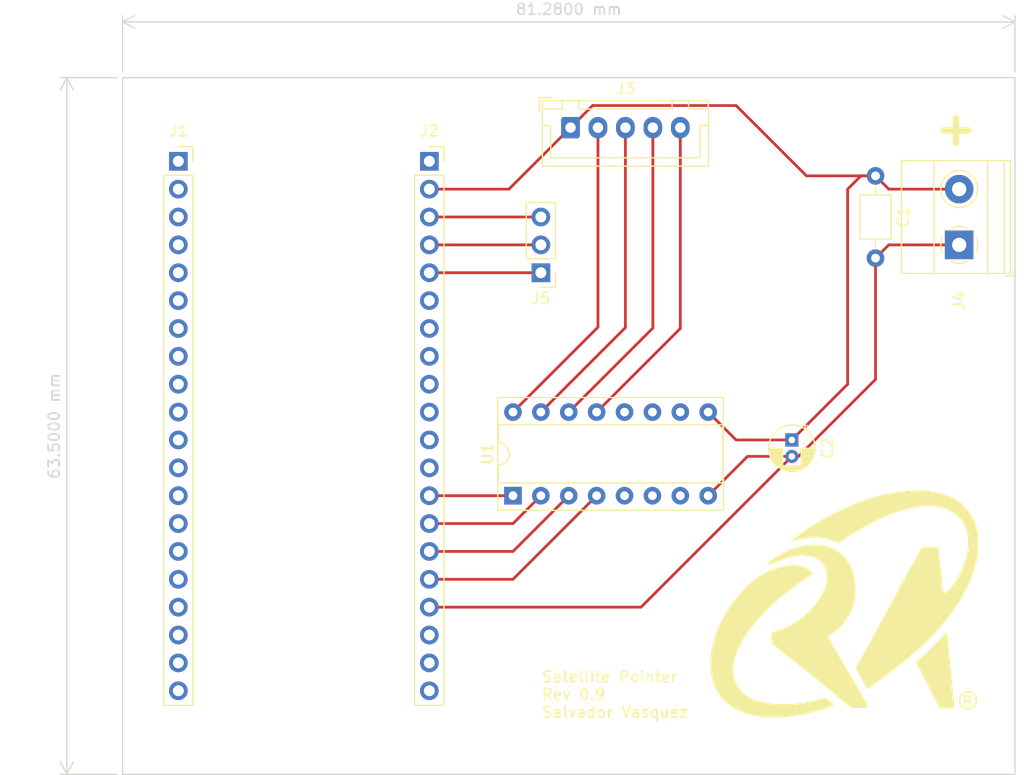
<source format=kicad_pcb>
(kicad_pcb (version 20221018) (generator pcbnew)
  (layers (0 "F.Cu" signal) (31 "B.Cu" signal) (34 "B.Paste" user) (35 "F.Paste" user) (36 "B.SilkS" user "B.Silkscreen") (37 "F.SilkS" user "F.Silkscreen") (38 "B.Mask" user) (39 "F.Mask" user) (44 "Edge.Cuts" user))
  (net 0 "")
  (net 2 "Net-(J3-Pin_2)")
  (net 3 "Net-(J3-Pin_3)")
  (net 4 "Net-(J3-Pin_4)")
  (net 5 "Net-(J3-Pin_5)")
  (net 9 "GND")
  (net 33 "Net-(J2-Pin_3)")
  (net 34 "Net-(J2-Pin_4)")
  (net 35 "Net-(J2-Pin_5)")
  (net 43 "Net-(J2-Pin_13)")
  (net 44 "Net-(J2-Pin_14)")
  (net 45 "Net-(J2-Pin_15)")
  (net 46 "Net-(J2-Pin_16)")
  (net 50 "Net-(J2-Pin_2)")
  (footprint "Connector_JST:JST_XH_B5B-XH-A_1x05_P2.50mm_Vertical" (layer "F.Cu") (at 127.16 45.195)
    (fp_text reference "J3" (at 5 -3.55) (layer "F.SilkS"))
    (fp_text value "Conn_01x05_Pin")
    (pad "1" thru_hole roundrect (at 0 0) (size 1.7 1.95) (drill 0.95) (layers "*.Cu" "*.Mask") (roundrect_rratio 0.147059) (net 50 "Net-(J2-Pin_2)"))
    (pad "2" thru_hole oval (at 2.5 0) (size 1.7 1.95) (drill 0.95) (layers "*.Cu" "*.Mask") (net 2 "Net-(J3-Pin_2)"))
    (pad "3" thru_hole oval (at 5 0) (size 1.7 1.95) (drill 0.95) (layers "*.Cu" "*.Mask") (net 3 "Net-(J3-Pin_3)"))
    (pad "4" thru_hole oval (at 7.5 0) (size 1.7 1.95) (drill 0.95) (layers "*.Cu" "*.Mask") (net 4 "Net-(J3-Pin_4)"))
    (pad "5" thru_hole oval (at 10 0) (size 1.7 1.95) (drill 0.95) (layers "*.Cu" "*.Mask") (net 5 "Net-(J3-Pin_5)"))
  )
  (footprint "Package_DIP:DIP-16_W7.62mm_Socket" (layer "F.Cu") (at 121.92 78.74 90)
    (fp_text reference "U1" (at 3.81 -2.33 90) (layer "F.SilkS"))
    (fp_text value "ULN2003")
    (pad "1" thru_hole rect (at 0 0 90) (size 1.6 1.6) (drill 0.8) (layers "*.Cu" "*.Mask") (net 43 "Net-(J2-Pin_13)"))
    (pad "2" thru_hole oval (at 0 2.54 90) (size 1.6 1.6) (drill 0.8) (layers "*.Cu" "*.Mask") (net 44 "Net-(J2-Pin_14)"))
    (pad "3" thru_hole oval (at 0 5.08 90) (size 1.6 1.6) (drill 0.8) (layers "*.Cu" "*.Mask") (net 45 "Net-(J2-Pin_15)"))
    (pad "4" thru_hole oval (at 0 7.62 90) (size 1.6 1.6) (drill 0.8) (layers "*.Cu" "*.Mask") (net 46 "Net-(J2-Pin_16)"))
    (pad "5" thru_hole oval (at 0 10.16 90) (size 1.6 1.6) (drill 0.8) (layers "*.Cu" "*.Mask"))
    (pad "6" thru_hole oval (at 0 12.7 90) (size 1.6 1.6) (drill 0.8) (layers "*.Cu" "*.Mask"))
    (pad "7" thru_hole oval (at 0 15.24 90) (size 1.6 1.6) (drill 0.8) (layers "*.Cu" "*.Mask"))
    (pad "8" thru_hole oval (at 0 17.78 90) (size 1.6 1.6) (drill 0.8) (layers "*.Cu" "*.Mask") (net 9 "GND"))
    (pad "9" thru_hole oval (at 7.62 17.78 90) (size 1.6 1.6) (drill 0.8) (layers "*.Cu" "*.Mask") (net 50 "Net-(J2-Pin_2)"))
    (pad "10" thru_hole oval (at 7.62 15.24 90) (size 1.6 1.6) (drill 0.8) (layers "*.Cu" "*.Mask"))
    (pad "11" thru_hole oval (at 7.62 12.7 90) (size 1.6 1.6) (drill 0.8) (layers "*.Cu" "*.Mask"))
    (pad "12" thru_hole oval (at 7.62 10.16 90) (size 1.6 1.6) (drill 0.8) (layers "*.Cu" "*.Mask"))
    (pad "13" thru_hole oval (at 7.62 7.62 90) (size 1.6 1.6) (drill 0.8) (layers "*.Cu" "*.Mask") (net 5 "Net-(J3-Pin_5)"))
    (pad "14" thru_hole oval (at 7.62 5.08 90) (size 1.6 1.6) (drill 0.8) (layers "*.Cu" "*.Mask") (net 4 "Net-(J3-Pin_4)"))
    (pad "15" thru_hole oval (at 7.62 2.54 90) (size 1.6 1.6) (drill 0.8) (layers "*.Cu" "*.Mask") (net 3 "Net-(J3-Pin_3)"))
    (pad "16" thru_hole oval (at 7.62 0 90) (size 1.6 1.6) (drill 0.8) (layers "*.Cu" "*.Mask") (net 2 "Net-(J3-Pin_2)"))
  )
  (footprint "TerminalBlock_Phoenix:TerminalBlock_Phoenix_MKDS-1,5-2-5.08_1x02_P5.08mm_Horizontal" (layer "F.Cu") (at 162.56 55.88 90)
    (fp_text reference "J4" (at -5.08 0 90) (layer "F.SilkS"))
    (fp_text value "Screw_Terminal_01x02")
    (pad "1" thru_hole rect (at 0 0 90) (size 2.6 2.6) (drill 1.3) (layers "*.Cu" "*.Mask") (net 9 "GND"))
    (pad "2" thru_hole circle (at 5.08 0 90) (size 2.6 2.6) (drill 1.3) (layers "*.Cu" "*.Mask") (net 50 "Net-(J2-Pin_2)"))
  )
  (footprint "Connector_PinHeader_2.54mm:PinHeader_1x03_P2.54mm_Vertical" (layer "F.Cu") (at 124.46 58.42 180)
    (fp_text reference "J5" (at 0 -2.33 180) (layer "F.SilkS"))
    (fp_text value "Conn_01x03_Pin")
    (pad "1" thru_hole rect (at 0 0 180) (size 1.7 1.7) (drill 1) (layers "*.Cu" "*.Mask") (net 35 "Net-(J2-Pin_5)"))
    (pad "2" thru_hole oval (at 0 2.54 180) (size 1.7 1.7) (drill 1) (layers "*.Cu" "*.Mask") (net 34 "Net-(J2-Pin_4)"))
    (pad "3" thru_hole oval (at 0 5.08 180) (size 1.7 1.7) (drill 1) (layers "*.Cu" "*.Mask") (net 33 "Net-(J2-Pin_3)"))
  )
  (footprint "Capacitor_THT:CP_Radial_D4.0mm_P1.50mm" (layer "F.Cu") (at 147.32 73.66 -90)
    (fp_text reference "C2" (at 0.75 -3.25 90) (layer "F.SilkS"))
    (fp_text value "0.01uF")
    (pad "1" thru_hole rect (at 0 0 270) (size 1.2 1.2) (drill 0.6) (layers "*.Cu" "*.Mask") (net 50 "Net-(J2-Pin_2)"))
    (pad "2" thru_hole circle (at 1.5 0 270) (size 1.2 1.2) (drill 0.6) (layers "*.Cu" "*.Mask") (net 9 "GND"))
  )
  (footprint "Connector_PinSocket_2.54mm:PinSocket_1x20_P2.54mm_Vertical" (layer "F.Cu") (at 91.44 48.26)
    (fp_text reference "J1" (at 0 -2.77) (layer "F.SilkS"))
    (fp_text value "Conn_01x20")
    (pad "1" thru_hole rect (at 0 0) (size 1.7 1.7) (drill 1) (layers "*.Cu" "*.Mask"))
    (pad "2" thru_hole oval (at 0 2.54) (size 1.7 1.7) (drill 1) (layers "*.Cu" "*.Mask"))
    (pad "3" thru_hole oval (at 0 5.08) (size 1.7 1.7) (drill 1) (layers "*.Cu" "*.Mask"))
    (pad "4" thru_hole oval (at 0 7.62) (size 1.7 1.7) (drill 1) (layers "*.Cu" "*.Mask"))
    (pad "5" thru_hole oval (at 0 10.16) (size 1.7 1.7) (drill 1) (layers "*.Cu" "*.Mask"))
    (pad "6" thru_hole oval (at 0 12.7) (size 1.7 1.7) (drill 1) (layers "*.Cu" "*.Mask"))
    (pad "7" thru_hole oval (at 0 15.24) (size 1.7 1.7) (drill 1) (layers "*.Cu" "*.Mask"))
    (pad "8" thru_hole oval (at 0 17.78) (size 1.7 1.7) (drill 1) (layers "*.Cu" "*.Mask"))
    (pad "9" thru_hole oval (at 0 20.32) (size 1.7 1.7) (drill 1) (layers "*.Cu" "*.Mask"))
    (pad "10" thru_hole oval (at 0 22.86) (size 1.7 1.7) (drill 1) (layers "*.Cu" "*.Mask"))
    (pad "11" thru_hole oval (at 0 25.4) (size 1.7 1.7) (drill 1) (layers "*.Cu" "*.Mask"))
    (pad "12" thru_hole oval (at 0 27.94) (size 1.7 1.7) (drill 1) (layers "*.Cu" "*.Mask"))
    (pad "13" thru_hole oval (at 0 30.48) (size 1.7 1.7) (drill 1) (layers "*.Cu" "*.Mask"))
    (pad "14" thru_hole oval (at 0 33.02) (size 1.7 1.7) (drill 1) (layers "*.Cu" "*.Mask"))
    (pad "15" thru_hole oval (at 0 35.56) (size 1.7 1.7) (drill 1) (layers "*.Cu" "*.Mask"))
    (pad "16" thru_hole oval (at 0 38.1) (size 1.7 1.7) (drill 1) (layers "*.Cu" "*.Mask"))
    (pad "17" thru_hole oval (at 0 40.64) (size 1.7 1.7) (drill 1) (layers "*.Cu" "*.Mask"))
    (pad "18" thru_hole oval (at 0 43.18) (size 1.7 1.7) (drill 1) (layers "*.Cu" "*.Mask"))
    (pad "19" thru_hole oval (at 0 45.72) (size 1.7 1.7) (drill 1) (layers "*.Cu" "*.Mask"))
    (pad "20" thru_hole oval (at 0 48.26) (size 1.7 1.7) (drill 1) (layers "*.Cu" "*.Mask"))
  )
  (footprint "Capacitor_THT:C_Axial_L3.8mm_D2.6mm_P7.50mm_Horizontal" (layer "F.Cu") (at 154.94 49.59 -90)
    (fp_text reference "C1" (at 3.75 -2.54 90) (layer "F.SilkS"))
    (fp_text value "10uF")
    (pad "1" thru_hole circle (at 0 0 270) (size 1.6 1.6) (drill 0.8) (layers "*.Cu" "*.Mask") (net 50 "Net-(J2-Pin_2)"))
    (pad "2" thru_hole oval (at 7.5 0 270) (size 1.6 1.6) (drill 0.8) (layers "*.Cu" "*.Mask") (net 9 "GND"))
  )
  (footprint "LOGO" (layer "F.Cu") (at 152.4 88.9)
    (fp_text reference "Logo" hide)
    (fp_text value "LOGO" hide)
  )
  (footprint "Connector_PinSocket_2.54mm:PinSocket_1x20_P2.54mm_Vertical" (layer "F.Cu") (at 114.3 48.26)
    (fp_text reference "J2" (at 0 -2.77) (layer "F.SilkS"))
    (fp_text value "Conn_01x20")
    (pad "1" thru_hole rect (at 0 0) (size 1.7 1.7) (drill 1) (layers "*.Cu" "*.Mask"))
    (pad "2" thru_hole oval (at 0 2.54) (size 1.7 1.7) (drill 1) (layers "*.Cu" "*.Mask") (net 50 "Net-(J2-Pin_2)"))
    (pad "3" thru_hole oval (at 0 5.08) (size 1.7 1.7) (drill 1) (layers "*.Cu" "*.Mask") (net 33 "Net-(J2-Pin_3)"))
    (pad "4" thru_hole oval (at 0 7.62) (size 1.7 1.7) (drill 1) (layers "*.Cu" "*.Mask") (net 34 "Net-(J2-Pin_4)"))
    (pad "5" thru_hole oval (at 0 10.16) (size 1.7 1.7) (drill 1) (layers "*.Cu" "*.Mask") (net 35 "Net-(J2-Pin_5)"))
    (pad "6" thru_hole oval (at 0 12.7) (size 1.7 1.7) (drill 1) (layers "*.Cu" "*.Mask"))
    (pad "7" thru_hole oval (at 0 15.24) (size 1.7 1.7) (drill 1) (layers "*.Cu" "*.Mask"))
    (pad "8" thru_hole oval (at 0 17.78) (size 1.7 1.7) (drill 1) (layers "*.Cu" "*.Mask"))
    (pad "9" thru_hole oval (at 0 20.32) (size 1.7 1.7) (drill 1) (layers "*.Cu" "*.Mask"))
    (pad "10" thru_hole oval (at 0 22.86) (size 1.7 1.7) (drill 1) (layers "*.Cu" "*.Mask"))
    (pad "11" thru_hole oval (at 0 25.4) (size 1.7 1.7) (drill 1) (layers "*.Cu" "*.Mask"))
    (pad "12" thru_hole oval (at 0 27.94) (size 1.7 1.7) (drill 1) (layers "*.Cu" "*.Mask"))
    (pad "13" thru_hole oval (at 0 30.48) (size 1.7 1.7) (drill 1) (layers "*.Cu" "*.Mask") (net 43 "Net-(J2-Pin_13)"))
    (pad "14" thru_hole oval (at 0 33.02) (size 1.7 1.7) (drill 1) (layers "*.Cu" "*.Mask") (net 44 "Net-(J2-Pin_14)"))
    (pad "15" thru_hole oval (at 0 35.56) (size 1.7 1.7) (drill 1) (layers "*.Cu" "*.Mask") (net 45 "Net-(J2-Pin_15)"))
    (pad "16" thru_hole oval (at 0 38.1) (size 1.7 1.7) (drill 1) (layers "*.Cu" "*.Mask") (net 46 "Net-(J2-Pin_16)"))
    (pad "17" thru_hole oval (at 0 40.64) (size 1.7 1.7) (drill 1) (layers "*.Cu" "*.Mask") (net 9 "GND"))
    (pad "18" thru_hole oval (at 0 43.18) (size 1.7 1.7) (drill 1) (layers "*.Cu" "*.Mask"))
    (pad "19" thru_hole oval (at 0 45.72) (size 1.7 1.7) (drill 1) (layers "*.Cu" "*.Mask"))
    (pad "20" thru_hole oval (at 0 48.26) (size 1.7 1.7) (drill 1) (layers "*.Cu" "*.Mask"))
  )
  (gr_rect (start 86.36 40.64) (end 167.64 104.14) (stroke (width 0.1)) (fill none) (layer "Edge.Cuts"))
  (gr_text "Satellite Pointer\nRev 0.9\nSalvador Vasquez" (at 124.46 99.06) (layer "F.SilkS") (effects (font (size 1 1)) (justify left bottom)))
  (gr_text "+" (at 160.02 47) (layer "F.SilkS") (effects (font (size 3 3) (thickness 0.6) bold) (justify left bottom)))
  (dimension (type aligned) (layer "Edge.Cuts") (pts (xy 86.36 40.64) (xy 86.36 104.14)) (height 5.08) (gr_text "63.5000 mm" (at 80.13 72.39 90) (layer "Edge.Cuts") (effects (font (size 1 1) (thickness 0.15)))) (format (prefix "") (suffix "") (units 3) (units_format 1) (precision 4)) (style (thickness 0.1) (arrow_length 1.27) (text_position_mode 0) (extension_height 0.58642) (extension_offset 0.5) keep_text_aligned))
  (dimension (type aligned) (layer "Edge.Cuts") (pts (xy 86.36 40.64) (xy 167.64 40.64)) (height -5.08) (gr_text "81.2800 mm" (at 127 34.41) (layer "Edge.Cuts") (effects (font (size 1 1) (thickness 0.15)))) (format (prefix "") (suffix "") (units 3) (units_format 1) (precision 4)) (style (thickness 0.1) (arrow_length 1.27) (text_position_mode 0) (extension_height 0.58642) (extension_offset 0.5) keep_text_aligned))
  (segment (start 129.66 63.38) (end 129.66 45.195) (width 0.25) (layer "F.Cu") (net 2))
  (segment (start 121.92 71.12) (end 129.66 63.38) (width 0.25) (layer "F.Cu") (net 2))
  (segment (start 124.46 71.12) (end 132.16 63.42) (width 0.25) (layer "F.Cu") (net 3))
  (segment (start 132.16 63.42) (end 132.16 45.195) (width 0.25) (layer "F.Cu") (net 3))
  (segment (start 134.66 63.46) (end 134.66 45.195) (width 0.25) (layer "F.Cu") (net 4))
  (segment (start 127 71.12) (end 134.66 63.46) (width 0.25) (layer "F.Cu") (net 4))
  (segment (start 137.16 63.5) (end 137.16 45.195) (width 0.25) (layer "F.Cu") (net 5))
  (segment (start 129.54 71.12) (end 137.16 63.5) (width 0.25) (layer "F.Cu") (net 5))
  (segment (start 156.15 55.88) (end 154.94 57.09) (width 0.25) (layer "F.Cu") (net 9))
  (segment (start 147.92 75.16) (end 147.32 75.16) (width 0.25) (layer "F.Cu") (net 9))
  (segment (start 114.3 88.9) (end 133.58 88.9) (width 0.25) (layer "F.Cu") (net 9))
  (segment (start 154.94 68.14) (end 147.92 75.16) (width 0.25) (layer "F.Cu") (net 9))
  (segment (start 147.32 75.16) (end 143.28 75.16) (width 0.25) (layer "F.Cu") (net 9))
  (segment (start 154.94 57.09) (end 154.94 68.14) (width 0.25) (layer "F.Cu") (net 9))
  (segment (start 143.28 75.16) (end 139.7 78.74) (width 0.25) (layer "F.Cu") (net 9))
  (segment (start 133.58 88.9) (end 147.32 75.16) (width 0.25) (layer "F.Cu") (net 9))
  (segment (start 162.56 55.88) (end 156.15 55.88) (width 0.25) (layer "F.Cu") (net 9))
  (segment (start 114.3 53.34) (end 124.46 53.34) (width 0.25) (layer "F.Cu") (net 33))
  (segment (start 114.3 55.88) (end 124.46 55.88) (width 0.25) (layer "F.Cu") (net 34))
  (segment (start 114.3 58.42) (end 124.46 58.42) (width 0.25) (layer "F.Cu") (net 35))
  (segment (start 114.3 78.74) (end 121.92 78.74) (width 0.25) (layer "F.Cu") (net 43))
  (segment (start 124.46 78.74) (end 121.92 81.28) (width 0.25) (layer "F.Cu") (net 44))
  (segment (start 121.92 81.28) (end 114.3 81.28) (width 0.25) (layer "F.Cu") (net 44))
  (segment (start 121.92 83.82) (end 127 78.74) (width 0.25) (layer "F.Cu") (net 45))
  (segment (start 114.3 83.82) (end 121.92 83.82) (width 0.25) (layer "F.Cu") (net 45))
  (segment (start 114.3 86.36) (end 121.92 86.36) (width 0.25) (layer "F.Cu") (net 46))
  (segment (start 121.92 86.36) (end 129.54 78.74) (width 0.25) (layer "F.Cu") (net 46))
  (segment (start 129.175 43.18) (end 127.16 45.195) (width 0.25) (layer "F.Cu") (net 50))
  (segment (start 152.4 68.58) (end 147.32 73.66) (width 0.25) (layer "F.Cu") (net 50))
  (segment (start 156.15 50.8) (end 154.94 49.59) (width 0.25) (layer "F.Cu") (net 50))
  (segment (start 154.94 49.59) (end 148.65 49.59) (width 0.25) (layer "F.Cu") (net 50))
  (segment (start 121.555 50.8) (end 127.16 45.195) (width 0.25) (layer "F.Cu") (net 50))
  (segment (start 142.24 73.66) (end 139.7 71.12) (width 0.25) (layer "F.Cu") (net 50))
  (segment (start 142.24 43.18) (end 129.175 43.18) (width 0.25) (layer "F.Cu") (net 50))
  (segment (start 152.4 50.8) (end 152.4 68.58) (width 0.25) (layer "F.Cu") (net 50))
  (segment (start 148.65 49.59) (end 142.24 43.18) (width 0.25) (layer "F.Cu") (net 50))
  (segment (start 162.56 50.8) (end 156.15 50.8) (width 0.25) (layer "F.Cu") (net 50))
  (segment (start 147.32 73.66) (end 142.24 73.66) (width 0.25) (layer "F.Cu") (net 50))
  (segment (start 153.61 49.59) (end 152.4 50.8) (width 0.25) (layer "F.Cu") (net 50))
  (segment (start 114.3 50.8) (end 121.555 50.8) (width 0.25) (layer "F.Cu") (net 50))
  (segment (start 154.94 49.59) (end 153.61 49.59) (width 0.25) (layer "F.Cu") (net 50))
)
</source>
